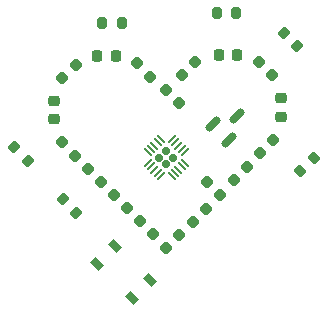
<source format=gbr>
%TF.GenerationSoftware,KiCad,Pcbnew,7.0.7*%
%TF.CreationDate,2024-03-31T22:15:49-04:00*%
%TF.ProjectId,battery_leds,62617474-6572-4795-9f6c-6564732e6b69,rev?*%
%TF.SameCoordinates,Original*%
%TF.FileFunction,Paste,Top*%
%TF.FilePolarity,Positive*%
%FSLAX46Y46*%
G04 Gerber Fmt 4.6, Leading zero omitted, Abs format (unit mm)*
G04 Created by KiCad (PCBNEW 7.0.7) date 2024-03-31 22:15:49*
%MOMM*%
%LPD*%
G01*
G04 APERTURE LIST*
G04 Aperture macros list*
%AMRoundRect*
0 Rectangle with rounded corners*
0 $1 Rounding radius*
0 $2 $3 $4 $5 $6 $7 $8 $9 X,Y pos of 4 corners*
0 Add a 4 corners polygon primitive as box body*
4,1,4,$2,$3,$4,$5,$6,$7,$8,$9,$2,$3,0*
0 Add four circle primitives for the rounded corners*
1,1,$1+$1,$2,$3*
1,1,$1+$1,$4,$5*
1,1,$1+$1,$6,$7*
1,1,$1+$1,$8,$9*
0 Add four rect primitives between the rounded corners*
20,1,$1+$1,$2,$3,$4,$5,0*
20,1,$1+$1,$4,$5,$6,$7,0*
20,1,$1+$1,$6,$7,$8,$9,0*
20,1,$1+$1,$8,$9,$2,$3,0*%
%AMRotRect*
0 Rectangle, with rotation*
0 The origin of the aperture is its center*
0 $1 length*
0 $2 width*
0 $3 Rotation angle, in degrees counterclockwise*
0 Add horizontal line*
21,1,$1,$2,0,0,$3*%
G04 Aperture macros list end*
%ADD10RoundRect,0.218750X-0.218750X-0.256250X0.218750X-0.256250X0.218750X0.256250X-0.218750X0.256250X0*%
%ADD11RoundRect,0.218750X0.026517X-0.335876X0.335876X-0.026517X-0.026517X0.335876X-0.335876X0.026517X0*%
%ADD12RoundRect,0.200000X0.335876X0.053033X0.053033X0.335876X-0.335876X-0.053033X-0.053033X-0.335876X0*%
%ADD13RoundRect,0.218750X0.335876X0.026517X0.026517X0.335876X-0.335876X-0.026517X-0.026517X-0.335876X0*%
%ADD14RoundRect,0.218750X-0.335876X-0.026517X-0.026517X-0.335876X0.335876X0.026517X0.026517X0.335876X0*%
%ADD15RoundRect,0.200000X-0.335876X-0.053033X-0.053033X-0.335876X0.335876X0.053033X0.053033X0.335876X0*%
%ADD16RoundRect,0.150000X-0.309359X-0.521491X0.521491X0.309359X0.309359X0.521491X-0.521491X-0.309359X0*%
%ADD17RoundRect,0.218750X-0.026517X0.335876X-0.335876X0.026517X0.026517X-0.335876X0.335876X-0.026517X0*%
%ADD18RoundRect,0.200000X0.053033X-0.335876X0.335876X-0.053033X-0.053033X0.335876X-0.335876X0.053033X0*%
%ADD19RoundRect,0.218750X-0.256250X0.218750X-0.256250X-0.218750X0.256250X-0.218750X0.256250X0.218750X0*%
%ADD20RoundRect,0.200000X0.200000X0.275000X-0.200000X0.275000X-0.200000X-0.275000X0.200000X-0.275000X0*%
%ADD21RoundRect,0.167500X0.000000X0.236881X-0.236881X0.000000X0.000000X-0.236881X0.236881X0.000000X0*%
%ADD22RoundRect,0.050000X0.229810X0.300520X-0.300520X-0.229810X-0.229810X-0.300520X0.300520X0.229810X0*%
%ADD23RoundRect,0.050000X-0.229810X0.300520X-0.300520X0.229810X0.229810X-0.300520X0.300520X-0.229810X0*%
%ADD24RotRect,1.050000X0.650000X135.000000*%
G04 APERTURE END LIST*
D10*
%TO.C,D20*%
X218900000Y-87100000D03*
X217325000Y-87100000D03*
%TD*%
D11*
%TO.C,D18*%
X215356847Y-87743153D03*
X214243153Y-88856847D03*
%TD*%
D12*
%TO.C,R5*%
X200016637Y-94916637D03*
X201183363Y-96083363D03*
%TD*%
D13*
%TO.C,D17*%
X220743153Y-87743153D03*
X221856847Y-88856847D03*
%TD*%
D14*
%TO.C,D16*%
X217456847Y-98956847D03*
X216343153Y-97843153D03*
%TD*%
%TO.C,D15*%
X209613694Y-100113694D03*
X208500000Y-99000000D03*
%TD*%
%TO.C,D10*%
X211813694Y-102313694D03*
X210700000Y-101200000D03*
%TD*%
D13*
%TO.C,D7*%
X212886306Y-90086306D03*
X214000000Y-91200000D03*
%TD*%
D15*
%TO.C,R1*%
X205283363Y-100483363D03*
X204116637Y-99316637D03*
%TD*%
D16*
%TO.C,Q2*%
X218862913Y-92337087D03*
X218208839Y-94334664D03*
X216865336Y-92991161D03*
%TD*%
D10*
%TO.C,D2*%
X208601194Y-87186306D03*
X207026194Y-87186306D03*
%TD*%
D14*
%TO.C,D1*%
X211546797Y-88953367D03*
X210433103Y-87839673D03*
%TD*%
D17*
%TO.C,D13*%
X218600000Y-97700000D03*
X219713694Y-96586306D03*
%TD*%
D13*
%TO.C,D5*%
X204056847Y-94529459D03*
X205170541Y-95643153D03*
%TD*%
D17*
%TO.C,D12*%
X216256847Y-100143153D03*
X215143153Y-101256847D03*
%TD*%
D11*
%TO.C,D3*%
X205213694Y-87986306D03*
X204100000Y-89100000D03*
%TD*%
D18*
%TO.C,R15*%
X225383363Y-95816637D03*
X224216637Y-96983363D03*
%TD*%
D14*
%TO.C,D6*%
X207356847Y-97856847D03*
X206243153Y-96743153D03*
%TD*%
D19*
%TO.C,D4*%
X203413694Y-92573806D03*
X203413694Y-90998806D03*
%TD*%
%TO.C,D19*%
X222600000Y-92387500D03*
X222600000Y-90812500D03*
%TD*%
D17*
%TO.C,D14*%
X220843153Y-95456847D03*
X221956847Y-94343153D03*
%TD*%
D20*
%TO.C,R4*%
X207475000Y-84400000D03*
X209125000Y-84400000D03*
%TD*%
D21*
%TO.C,U1*%
X213479828Y-95820172D03*
X212900000Y-95240344D03*
X212900000Y-96400000D03*
X212320172Y-95820172D03*
D22*
X214490990Y-95360553D03*
X214208148Y-95077710D03*
X213925305Y-94794867D03*
X213642462Y-94512024D03*
X213359619Y-94229182D03*
D23*
X212440381Y-94229182D03*
X212157538Y-94512024D03*
X211874695Y-94794867D03*
X211591852Y-95077710D03*
X211309010Y-95360553D03*
D22*
X211309010Y-96279791D03*
X211591852Y-96562634D03*
X211874695Y-96845477D03*
X212157538Y-97128320D03*
X212440381Y-97411162D03*
D23*
X213359619Y-97411162D03*
X213642462Y-97128320D03*
X213925305Y-96845477D03*
X214208148Y-96562634D03*
X214490990Y-96279791D03*
%TD*%
D20*
%TO.C,R3*%
X217175000Y-83600000D03*
X218825000Y-83600000D03*
%TD*%
D12*
%TO.C,R2*%
X222833274Y-85233274D03*
X224000000Y-86400000D03*
%TD*%
D11*
%TO.C,D11*%
X214000000Y-102400000D03*
X212886306Y-103513694D03*
%TD*%
D24*
%TO.C,SW2*%
X210007107Y-107727386D03*
X207072614Y-104792893D03*
X211527386Y-106207107D03*
X208592893Y-103272614D03*
%TD*%
M02*

</source>
